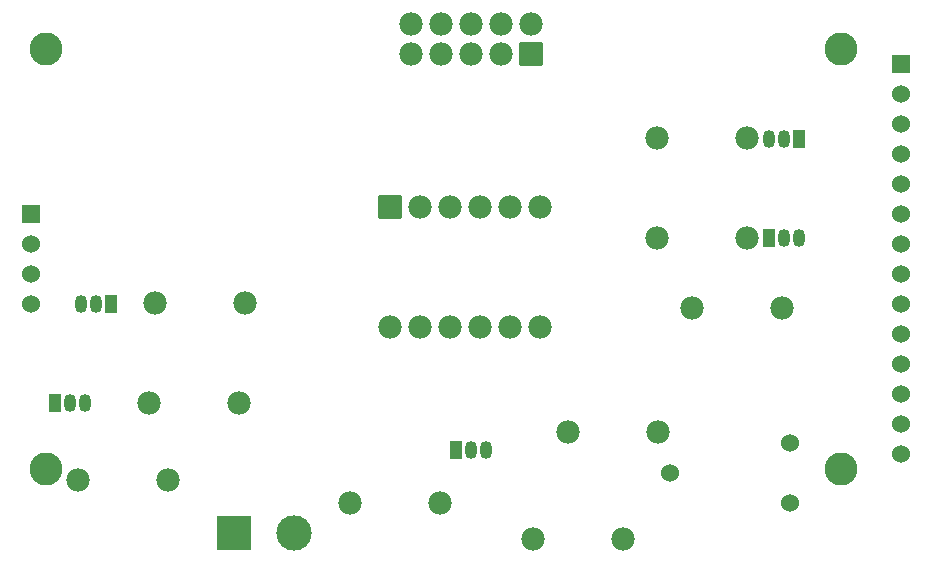
<source format=gbr>
%TF.GenerationSoftware,KiCad,Pcbnew,8.0.3*%
%TF.CreationDate,2024-06-28T12:40:16-06:00*%
%TF.ProjectId,Subsystem SPI Breakout v2,53756273-7973-4746-956d-205350492042,rev?*%
%TF.SameCoordinates,Original*%
%TF.FileFunction,Soldermask,Top*%
%TF.FilePolarity,Negative*%
%FSLAX46Y46*%
G04 Gerber Fmt 4.6, Leading zero omitted, Abs format (unit mm)*
G04 Created by KiCad (PCBNEW 8.0.3) date 2024-06-28 12:40:16*
%MOMM*%
%LPD*%
G01*
G04 APERTURE LIST*
G04 Aperture macros list*
%AMRoundRect*
0 Rectangle with rounded corners*
0 $1 Rounding radius*
0 $2 $3 $4 $5 $6 $7 $8 $9 X,Y pos of 4 corners*
0 Add a 4 corners polygon primitive as box body*
4,1,4,$2,$3,$4,$5,$6,$7,$8,$9,$2,$3,0*
0 Add four circle primitives for the rounded corners*
1,1,$1+$1,$2,$3*
1,1,$1+$1,$4,$5*
1,1,$1+$1,$6,$7*
1,1,$1+$1,$8,$9*
0 Add four rect primitives between the rounded corners*
20,1,$1+$1,$2,$3,$4,$5,0*
20,1,$1+$1,$4,$5,$6,$7,0*
20,1,$1+$1,$6,$7,$8,$9,0*
20,1,$1+$1,$8,$9,$2,$3,0*%
G04 Aperture macros list end*
%ADD10C,2.794000*%
%ADD11C,1.524000*%
%ADD12R,1.524000X1.524000*%
%ADD13C,1.982000*%
%ADD14R,1.050000X1.500000*%
%ADD15O,1.050000X1.500000*%
%ADD16R,3.000000X3.000000*%
%ADD17C,3.000000*%
%ADD18RoundRect,0.102000X-0.889000X-0.889000X0.889000X-0.889000X0.889000X0.889000X-0.889000X0.889000X0*%
%ADD19RoundRect,0.102000X0.889000X0.889000X-0.889000X0.889000X-0.889000X-0.889000X0.889000X-0.889000X0*%
G04 APERTURE END LIST*
D10*
%TO.C,U2*%
X175310000Y-92060000D03*
X175310000Y-56500000D03*
X108000000Y-92060000D03*
X108000000Y-56500000D03*
D11*
X180390000Y-62850000D03*
X180390000Y-67930000D03*
X180390000Y-60310000D03*
X180390000Y-75550000D03*
X180390000Y-65390000D03*
X180390000Y-73010000D03*
X180390000Y-70470000D03*
X180390000Y-78090000D03*
D12*
X106730000Y-70470000D03*
D11*
X106730000Y-75550000D03*
X106730000Y-73010000D03*
X106730000Y-78090000D03*
X180390000Y-80630000D03*
X180390000Y-83170000D03*
X180390000Y-85710000D03*
X180390000Y-88250000D03*
X180390000Y-90790000D03*
D12*
X180390000Y-57770000D03*
%TD*%
D13*
%TO.C,R1*%
X167310000Y-64085000D03*
X159690000Y-64085000D03*
%TD*%
D14*
%TO.C,PNP*%
X169230000Y-72500000D03*
D15*
X170500000Y-72500000D03*
X171770000Y-72500000D03*
%TD*%
D14*
%TO.C,NPN*%
X142730000Y-90500000D03*
D15*
X144000000Y-90500000D03*
X145270000Y-90500000D03*
%TD*%
D16*
%TO.C,LS1*%
X123920000Y-97500000D03*
D17*
X129000000Y-97500000D03*
%TD*%
D13*
%TO.C,R7*%
X141310000Y-95000000D03*
X133690000Y-95000000D03*
%TD*%
%TO.C,R2*%
X116690000Y-86500000D03*
X124310000Y-86500000D03*
%TD*%
%TO.C,R5*%
X110690000Y-93000000D03*
X118310000Y-93000000D03*
%TD*%
%TO.C,R9*%
X152190000Y-89000000D03*
X159810000Y-89000000D03*
%TD*%
%TO.C,LogicConverter1*%
X144770000Y-69920000D03*
X144770000Y-80080000D03*
X142230000Y-69920000D03*
D18*
X137150000Y-69920000D03*
D13*
X139690000Y-69920000D03*
X147310000Y-69920000D03*
X149850000Y-69920000D03*
X142230000Y-80080000D03*
X137150000Y-80080000D03*
X139690000Y-80080000D03*
X147310000Y-80080000D03*
X149850000Y-80080000D03*
%TD*%
%TO.C,R6*%
X170310000Y-78500000D03*
X162690000Y-78500000D03*
%TD*%
D14*
%TO.C,NPN*%
X171770000Y-64140000D03*
D15*
X170500000Y-64140000D03*
X169230000Y-64140000D03*
%TD*%
D13*
%TO.C,R4*%
X167310000Y-72500000D03*
X159690000Y-72500000D03*
%TD*%
%TO.C,R8*%
X149190000Y-98000000D03*
X156810000Y-98000000D03*
%TD*%
D19*
%TO.C,1*%
X149080000Y-57000000D03*
D13*
X146540000Y-57000000D03*
X144000000Y-57000000D03*
X138920000Y-54460000D03*
X138920000Y-57000000D03*
X141460000Y-57000000D03*
X141460000Y-54460000D03*
X149080000Y-54460000D03*
X144000000Y-54460000D03*
X146540000Y-54460000D03*
%TD*%
D14*
%TO.C,NPN*%
X108730000Y-86500000D03*
D15*
X110000000Y-86500000D03*
X111270000Y-86500000D03*
%TD*%
D11*
%TO.C,U3*%
X160840000Y-92460000D03*
X171000000Y-89920000D03*
X171000000Y-95000000D03*
%TD*%
D13*
%TO.C,R3*%
X117190000Y-78000000D03*
X124810000Y-78000000D03*
%TD*%
D14*
%TO.C,PNP*%
X113500000Y-78140000D03*
D15*
X112230000Y-78140000D03*
X110960000Y-78140000D03*
%TD*%
M02*

</source>
